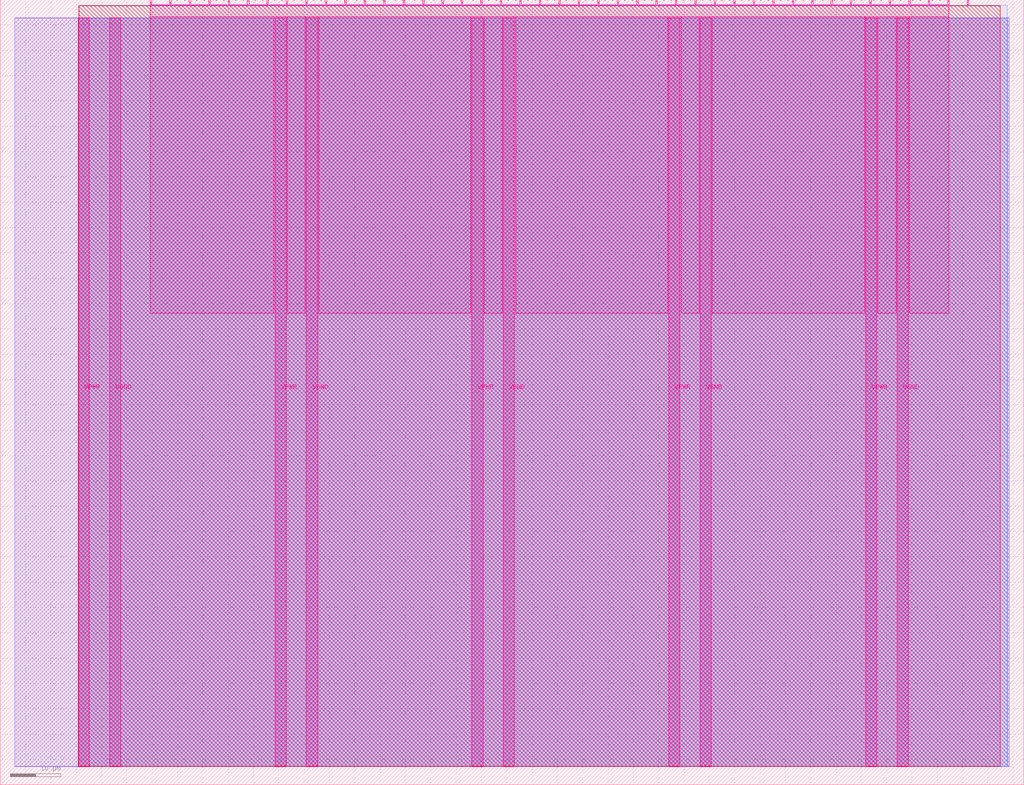
<source format=lef>
VERSION 5.7 ;
  NOWIREEXTENSIONATPIN ON ;
  DIVIDERCHAR "/" ;
  BUSBITCHARS "[]" ;
MACRO tt_um_gcd_stephan
  CLASS BLOCK ;
  FOREIGN tt_um_gcd_stephan ;
  ORIGIN 0.000 0.000 ;
  SIZE 202.080 BY 154.980 ;
  PIN VGND
    DIRECTION INOUT ;
    USE GROUND ;
    PORT
      LAYER Metal5 ;
        RECT 21.580 3.560 23.780 151.420 ;
    END
    PORT
      LAYER Metal5 ;
        RECT 60.450 3.560 62.650 151.420 ;
    END
    PORT
      LAYER Metal5 ;
        RECT 99.320 3.560 101.520 151.420 ;
    END
    PORT
      LAYER Metal5 ;
        RECT 138.190 3.560 140.390 151.420 ;
    END
    PORT
      LAYER Metal5 ;
        RECT 177.060 3.560 179.260 151.420 ;
    END
  END VGND
  PIN VPWR
    DIRECTION INOUT ;
    USE POWER ;
    PORT
      LAYER Metal5 ;
        RECT 15.380 3.560 17.580 151.420 ;
    END
    PORT
      LAYER Metal5 ;
        RECT 54.250 3.560 56.450 151.420 ;
    END
    PORT
      LAYER Metal5 ;
        RECT 93.120 3.560 95.320 151.420 ;
    END
    PORT
      LAYER Metal5 ;
        RECT 131.990 3.560 134.190 151.420 ;
    END
    PORT
      LAYER Metal5 ;
        RECT 170.860 3.560 173.060 151.420 ;
    END
  END VPWR
  PIN clk
    DIRECTION INPUT ;
    USE SIGNAL ;
    ANTENNAGATEAREA 0.213200 ;
    PORT
      LAYER Metal5 ;
        RECT 187.050 153.980 187.350 154.980 ;
    END
  END clk
  PIN ena
    DIRECTION INPUT ;
    USE SIGNAL ;
    PORT
      LAYER Metal5 ;
        RECT 190.890 153.980 191.190 154.980 ;
    END
  END ena
  PIN rst_n
    DIRECTION INPUT ;
    USE SIGNAL ;
    ANTENNAGATEAREA 0.213200 ;
    PORT
      LAYER Metal5 ;
        RECT 183.210 153.980 183.510 154.980 ;
    END
  END rst_n
  PIN ui_in[0]
    DIRECTION INPUT ;
    USE SIGNAL ;
    ANTENNAGATEAREA 0.180700 ;
    PORT
      LAYER Metal5 ;
        RECT 179.370 153.980 179.670 154.980 ;
    END
  END ui_in[0]
  PIN ui_in[1]
    DIRECTION INPUT ;
    USE SIGNAL ;
    ANTENNAGATEAREA 0.180700 ;
    PORT
      LAYER Metal5 ;
        RECT 175.530 153.980 175.830 154.980 ;
    END
  END ui_in[1]
  PIN ui_in[2]
    DIRECTION INPUT ;
    USE SIGNAL ;
    ANTENNAGATEAREA 0.180700 ;
    PORT
      LAYER Metal5 ;
        RECT 171.690 153.980 171.990 154.980 ;
    END
  END ui_in[2]
  PIN ui_in[3]
    DIRECTION INPUT ;
    USE SIGNAL ;
    ANTENNAGATEAREA 0.180700 ;
    PORT
      LAYER Metal5 ;
        RECT 167.850 153.980 168.150 154.980 ;
    END
  END ui_in[3]
  PIN ui_in[4]
    DIRECTION INPUT ;
    USE SIGNAL ;
    ANTENNAGATEAREA 0.180700 ;
    PORT
      LAYER Metal5 ;
        RECT 164.010 153.980 164.310 154.980 ;
    END
  END ui_in[4]
  PIN ui_in[5]
    DIRECTION INPUT ;
    USE SIGNAL ;
    ANTENNAGATEAREA 0.180700 ;
    PORT
      LAYER Metal5 ;
        RECT 160.170 153.980 160.470 154.980 ;
    END
  END ui_in[5]
  PIN ui_in[6]
    DIRECTION INPUT ;
    USE SIGNAL ;
    ANTENNAGATEAREA 0.180700 ;
    PORT
      LAYER Metal5 ;
        RECT 156.330 153.980 156.630 154.980 ;
    END
  END ui_in[6]
  PIN ui_in[7]
    DIRECTION INPUT ;
    USE SIGNAL ;
    ANTENNAGATEAREA 0.180700 ;
    PORT
      LAYER Metal5 ;
        RECT 152.490 153.980 152.790 154.980 ;
    END
  END ui_in[7]
  PIN uio_in[0]
    DIRECTION INPUT ;
    USE SIGNAL ;
    ANTENNAGATEAREA 0.180700 ;
    PORT
      LAYER Metal5 ;
        RECT 148.650 153.980 148.950 154.980 ;
    END
  END uio_in[0]
  PIN uio_in[1]
    DIRECTION INPUT ;
    USE SIGNAL ;
    ANTENNAGATEAREA 0.180700 ;
    PORT
      LAYER Metal5 ;
        RECT 144.810 153.980 145.110 154.980 ;
    END
  END uio_in[1]
  PIN uio_in[2]
    DIRECTION INPUT ;
    USE SIGNAL ;
    ANTENNAGATEAREA 0.180700 ;
    PORT
      LAYER Metal5 ;
        RECT 140.970 153.980 141.270 154.980 ;
    END
  END uio_in[2]
  PIN uio_in[3]
    DIRECTION INPUT ;
    USE SIGNAL ;
    ANTENNAGATEAREA 0.180700 ;
    PORT
      LAYER Metal5 ;
        RECT 137.130 153.980 137.430 154.980 ;
    END
  END uio_in[3]
  PIN uio_in[4]
    DIRECTION INPUT ;
    USE SIGNAL ;
    ANTENNAGATEAREA 0.180700 ;
    PORT
      LAYER Metal5 ;
        RECT 133.290 153.980 133.590 154.980 ;
    END
  END uio_in[4]
  PIN uio_in[5]
    DIRECTION INPUT ;
    USE SIGNAL ;
    ANTENNAGATEAREA 0.180700 ;
    PORT
      LAYER Metal5 ;
        RECT 129.450 153.980 129.750 154.980 ;
    END
  END uio_in[5]
  PIN uio_in[6]
    DIRECTION INPUT ;
    USE SIGNAL ;
    ANTENNAGATEAREA 0.180700 ;
    PORT
      LAYER Metal5 ;
        RECT 125.610 153.980 125.910 154.980 ;
    END
  END uio_in[6]
  PIN uio_in[7]
    DIRECTION INPUT ;
    USE SIGNAL ;
    ANTENNAGATEAREA 0.213200 ;
    PORT
      LAYER Metal5 ;
        RECT 121.770 153.980 122.070 154.980 ;
    END
  END uio_in[7]
  PIN uio_oe[0]
    DIRECTION OUTPUT ;
    USE SIGNAL ;
    ANTENNADIFFAREA 0.299200 ;
    PORT
      LAYER Metal5 ;
        RECT 56.490 153.980 56.790 154.980 ;
    END
  END uio_oe[0]
  PIN uio_oe[1]
    DIRECTION OUTPUT ;
    USE SIGNAL ;
    ANTENNADIFFAREA 0.299200 ;
    PORT
      LAYER Metal5 ;
        RECT 52.650 153.980 52.950 154.980 ;
    END
  END uio_oe[1]
  PIN uio_oe[2]
    DIRECTION OUTPUT ;
    USE SIGNAL ;
    ANTENNADIFFAREA 0.299200 ;
    PORT
      LAYER Metal5 ;
        RECT 48.810 153.980 49.110 154.980 ;
    END
  END uio_oe[2]
  PIN uio_oe[3]
    DIRECTION OUTPUT ;
    USE SIGNAL ;
    ANTENNADIFFAREA 0.299200 ;
    PORT
      LAYER Metal5 ;
        RECT 44.970 153.980 45.270 154.980 ;
    END
  END uio_oe[3]
  PIN uio_oe[4]
    DIRECTION OUTPUT ;
    USE SIGNAL ;
    ANTENNADIFFAREA 0.299200 ;
    PORT
      LAYER Metal5 ;
        RECT 41.130 153.980 41.430 154.980 ;
    END
  END uio_oe[4]
  PIN uio_oe[5]
    DIRECTION OUTPUT ;
    USE SIGNAL ;
    ANTENNADIFFAREA 0.299200 ;
    PORT
      LAYER Metal5 ;
        RECT 37.290 153.980 37.590 154.980 ;
    END
  END uio_oe[5]
  PIN uio_oe[6]
    DIRECTION OUTPUT ;
    USE SIGNAL ;
    ANTENNADIFFAREA 0.299200 ;
    PORT
      LAYER Metal5 ;
        RECT 33.450 153.980 33.750 154.980 ;
    END
  END uio_oe[6]
  PIN uio_oe[7]
    DIRECTION OUTPUT ;
    USE SIGNAL ;
    ANTENNADIFFAREA 0.299200 ;
    PORT
      LAYER Metal5 ;
        RECT 29.610 153.980 29.910 154.980 ;
    END
  END uio_oe[7]
  PIN uio_out[0]
    DIRECTION OUTPUT ;
    USE SIGNAL ;
    ANTENNADIFFAREA 0.299200 ;
    PORT
      LAYER Metal5 ;
        RECT 87.210 153.980 87.510 154.980 ;
    END
  END uio_out[0]
  PIN uio_out[1]
    DIRECTION OUTPUT ;
    USE SIGNAL ;
    ANTENNADIFFAREA 0.299200 ;
    PORT
      LAYER Metal5 ;
        RECT 83.370 153.980 83.670 154.980 ;
    END
  END uio_out[1]
  PIN uio_out[2]
    DIRECTION OUTPUT ;
    USE SIGNAL ;
    ANTENNADIFFAREA 0.299200 ;
    PORT
      LAYER Metal5 ;
        RECT 79.530 153.980 79.830 154.980 ;
    END
  END uio_out[2]
  PIN uio_out[3]
    DIRECTION OUTPUT ;
    USE SIGNAL ;
    ANTENNADIFFAREA 0.299200 ;
    PORT
      LAYER Metal5 ;
        RECT 75.690 153.980 75.990 154.980 ;
    END
  END uio_out[3]
  PIN uio_out[4]
    DIRECTION OUTPUT ;
    USE SIGNAL ;
    ANTENNADIFFAREA 0.299200 ;
    PORT
      LAYER Metal5 ;
        RECT 71.850 153.980 72.150 154.980 ;
    END
  END uio_out[4]
  PIN uio_out[5]
    DIRECTION OUTPUT ;
    USE SIGNAL ;
    ANTENNADIFFAREA 0.299200 ;
    PORT
      LAYER Metal5 ;
        RECT 68.010 153.980 68.310 154.980 ;
    END
  END uio_out[5]
  PIN uio_out[6]
    DIRECTION OUTPUT ;
    USE SIGNAL ;
    ANTENNADIFFAREA 0.299200 ;
    PORT
      LAYER Metal5 ;
        RECT 64.170 153.980 64.470 154.980 ;
    END
  END uio_out[6]
  PIN uio_out[7]
    DIRECTION OUTPUT ;
    USE SIGNAL ;
    ANTENNADIFFAREA 0.299200 ;
    PORT
      LAYER Metal5 ;
        RECT 60.330 153.980 60.630 154.980 ;
    END
  END uio_out[7]
  PIN uo_out[0]
    DIRECTION OUTPUT ;
    USE SIGNAL ;
    ANTENNADIFFAREA 0.654800 ;
    PORT
      LAYER Metal5 ;
        RECT 117.930 153.980 118.230 154.980 ;
    END
  END uo_out[0]
  PIN uo_out[1]
    DIRECTION OUTPUT ;
    USE SIGNAL ;
    ANTENNADIFFAREA 0.654800 ;
    PORT
      LAYER Metal5 ;
        RECT 114.090 153.980 114.390 154.980 ;
    END
  END uo_out[1]
  PIN uo_out[2]
    DIRECTION OUTPUT ;
    USE SIGNAL ;
    ANTENNADIFFAREA 0.654800 ;
    PORT
      LAYER Metal5 ;
        RECT 110.250 153.980 110.550 154.980 ;
    END
  END uo_out[2]
  PIN uo_out[3]
    DIRECTION OUTPUT ;
    USE SIGNAL ;
    ANTENNADIFFAREA 0.654800 ;
    PORT
      LAYER Metal5 ;
        RECT 106.410 153.980 106.710 154.980 ;
    END
  END uo_out[3]
  PIN uo_out[4]
    DIRECTION OUTPUT ;
    USE SIGNAL ;
    ANTENNADIFFAREA 0.654800 ;
    PORT
      LAYER Metal5 ;
        RECT 102.570 153.980 102.870 154.980 ;
    END
  END uo_out[4]
  PIN uo_out[5]
    DIRECTION OUTPUT ;
    USE SIGNAL ;
    ANTENNADIFFAREA 0.654800 ;
    PORT
      LAYER Metal5 ;
        RECT 98.730 153.980 99.030 154.980 ;
    END
  END uo_out[5]
  PIN uo_out[6]
    DIRECTION OUTPUT ;
    USE SIGNAL ;
    ANTENNADIFFAREA 0.654800 ;
    PORT
      LAYER Metal5 ;
        RECT 94.890 153.980 95.190 154.980 ;
    END
  END uo_out[6]
  PIN uo_out[7]
    DIRECTION OUTPUT ;
    USE SIGNAL ;
    ANTENNADIFFAREA 0.654800 ;
    PORT
      LAYER Metal5 ;
        RECT 91.050 153.980 91.350 154.980 ;
    END
  END uo_out[7]
  OBS
      LAYER GatPoly ;
        RECT 2.880 3.630 199.200 151.350 ;
      LAYER Metal1 ;
        RECT 2.880 3.560 199.200 151.420 ;
      LAYER Metal2 ;
        RECT 15.515 3.680 198.865 151.300 ;
      LAYER Metal3 ;
        RECT 15.560 3.635 198.820 153.865 ;
      LAYER Metal4 ;
        RECT 15.515 3.680 197.425 153.820 ;
      LAYER Metal5 ;
        RECT 30.120 153.770 33.240 153.980 ;
        RECT 33.960 153.770 37.080 153.980 ;
        RECT 37.800 153.770 40.920 153.980 ;
        RECT 41.640 153.770 44.760 153.980 ;
        RECT 45.480 153.770 48.600 153.980 ;
        RECT 49.320 153.770 52.440 153.980 ;
        RECT 53.160 153.770 56.280 153.980 ;
        RECT 57.000 153.770 60.120 153.980 ;
        RECT 60.840 153.770 63.960 153.980 ;
        RECT 64.680 153.770 67.800 153.980 ;
        RECT 68.520 153.770 71.640 153.980 ;
        RECT 72.360 153.770 75.480 153.980 ;
        RECT 76.200 153.770 79.320 153.980 ;
        RECT 80.040 153.770 83.160 153.980 ;
        RECT 83.880 153.770 87.000 153.980 ;
        RECT 87.720 153.770 90.840 153.980 ;
        RECT 91.560 153.770 94.680 153.980 ;
        RECT 95.400 153.770 98.520 153.980 ;
        RECT 99.240 153.770 102.360 153.980 ;
        RECT 103.080 153.770 106.200 153.980 ;
        RECT 106.920 153.770 110.040 153.980 ;
        RECT 110.760 153.770 113.880 153.980 ;
        RECT 114.600 153.770 117.720 153.980 ;
        RECT 118.440 153.770 121.560 153.980 ;
        RECT 122.280 153.770 125.400 153.980 ;
        RECT 126.120 153.770 129.240 153.980 ;
        RECT 129.960 153.770 133.080 153.980 ;
        RECT 133.800 153.770 136.920 153.980 ;
        RECT 137.640 153.770 140.760 153.980 ;
        RECT 141.480 153.770 144.600 153.980 ;
        RECT 145.320 153.770 148.440 153.980 ;
        RECT 149.160 153.770 152.280 153.980 ;
        RECT 153.000 153.770 156.120 153.980 ;
        RECT 156.840 153.770 159.960 153.980 ;
        RECT 160.680 153.770 163.800 153.980 ;
        RECT 164.520 153.770 167.640 153.980 ;
        RECT 168.360 153.770 171.480 153.980 ;
        RECT 172.200 153.770 175.320 153.980 ;
        RECT 176.040 153.770 179.160 153.980 ;
        RECT 179.880 153.770 183.000 153.980 ;
        RECT 183.720 153.770 186.840 153.980 ;
        RECT 29.660 151.630 187.300 153.770 ;
        RECT 29.660 93.095 54.040 151.630 ;
        RECT 56.660 93.095 60.240 151.630 ;
        RECT 62.860 93.095 92.910 151.630 ;
        RECT 95.530 93.095 99.110 151.630 ;
        RECT 101.730 93.095 131.780 151.630 ;
        RECT 134.400 93.095 137.980 151.630 ;
        RECT 140.600 93.095 170.650 151.630 ;
        RECT 173.270 93.095 176.850 151.630 ;
        RECT 179.470 93.095 187.300 151.630 ;
  END
END tt_um_gcd_stephan
END LIBRARY


</source>
